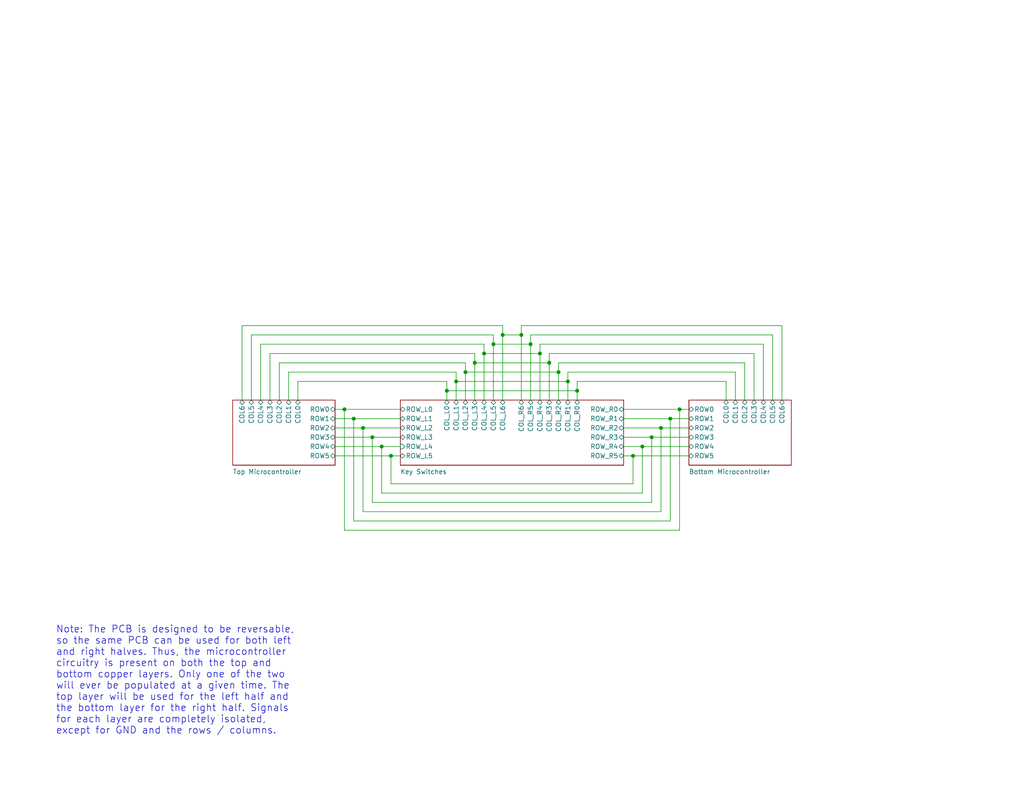
<source format=kicad_sch>
(kicad_sch
	(version 20231120)
	(generator "eeschema")
	(generator_version "8.0")
	(uuid "91af5a4b-5f23-44d6-90d8-0a04513e8c93")
	(paper "USLetter")
	(title_block
		(title "ErgoDox Wireless - Keyboard")
		(date "2023-01-05")
		(rev "0")
		(company "Andrew Mass")
		(comment 1 "Hierarchy")
	)
	(lib_symbols)
	(junction
		(at 106.68 124.46)
		(diameter 0)
		(color 0 0 0 0)
		(uuid "192423dc-4016-4e22-b08c-5f8513406ac6")
	)
	(junction
		(at 152.4 101.6)
		(diameter 0)
		(color 0 0 0 0)
		(uuid "21359b3b-e79b-4635-b5a2-168a9030ad8a")
	)
	(junction
		(at 180.34 116.84)
		(diameter 0)
		(color 0 0 0 0)
		(uuid "213f2483-94e8-44e8-9cda-3ca99b53af30")
	)
	(junction
		(at 157.48 106.68)
		(diameter 0)
		(color 0 0 0 0)
		(uuid "21f4ddf7-bb30-4015-b201-3a8334992ff0")
	)
	(junction
		(at 96.52 114.3)
		(diameter 0)
		(color 0 0 0 0)
		(uuid "33c2ff68-9f37-4072-a9aa-bfccbdfad3d0")
	)
	(junction
		(at 185.42 111.76)
		(diameter 0)
		(color 0 0 0 0)
		(uuid "3fe0e6c4-e587-4fb5-984e-83fe1c43e8a1")
	)
	(junction
		(at 172.72 124.46)
		(diameter 0)
		(color 0 0 0 0)
		(uuid "489e1559-e560-40aa-aaf5-806e4316b3e0")
	)
	(junction
		(at 175.26 121.92)
		(diameter 0)
		(color 0 0 0 0)
		(uuid "49365344-e8a4-4bf2-a950-6c1419268179")
	)
	(junction
		(at 142.24 91.44)
		(diameter 0)
		(color 0 0 0 0)
		(uuid "4e9dd3e9-641e-4aaf-922d-2f1e1c16cf8f")
	)
	(junction
		(at 132.08 96.52)
		(diameter 0)
		(color 0 0 0 0)
		(uuid "550d1b40-a873-47a5-ad1f-8a871f2bb19f")
	)
	(junction
		(at 104.14 121.92)
		(diameter 0)
		(color 0 0 0 0)
		(uuid "66568e1e-8f05-48d9-8c47-cb8fd496e112")
	)
	(junction
		(at 124.46 104.14)
		(diameter 0)
		(color 0 0 0 0)
		(uuid "8837e7fb-c0b9-4b47-babf-0428f21df878")
	)
	(junction
		(at 134.62 93.98)
		(diameter 0)
		(color 0 0 0 0)
		(uuid "891439e3-7d48-45b9-a1a3-536a272bdc68")
	)
	(junction
		(at 154.94 104.14)
		(diameter 0)
		(color 0 0 0 0)
		(uuid "8abd33b2-62c6-444b-a63e-df04d5f37384")
	)
	(junction
		(at 99.06 116.84)
		(diameter 0)
		(color 0 0 0 0)
		(uuid "9484bebe-6aec-43e1-b1a1-cd6ac2333665")
	)
	(junction
		(at 182.88 114.3)
		(diameter 0)
		(color 0 0 0 0)
		(uuid "95ac4309-1d13-4aa5-ab24-0c7bec2c20ce")
	)
	(junction
		(at 149.86 99.06)
		(diameter 0)
		(color 0 0 0 0)
		(uuid "975185da-2ef8-4388-a88c-3afeb752c249")
	)
	(junction
		(at 121.92 106.68)
		(diameter 0)
		(color 0 0 0 0)
		(uuid "9c8b009d-78f0-4142-99b6-dc60ca67d2e3")
	)
	(junction
		(at 93.98 111.76)
		(diameter 0)
		(color 0 0 0 0)
		(uuid "a2a7f13a-6ea7-4104-a0a2-218a2c126d31")
	)
	(junction
		(at 101.6 119.38)
		(diameter 0)
		(color 0 0 0 0)
		(uuid "ac90b274-d239-4335-aa30-54a96fc55e56")
	)
	(junction
		(at 127 101.6)
		(diameter 0)
		(color 0 0 0 0)
		(uuid "b0ad0daa-f86d-4b5f-891e-673c5f1d59c5")
	)
	(junction
		(at 177.8 119.38)
		(diameter 0)
		(color 0 0 0 0)
		(uuid "c21cb31d-0740-4b3e-985d-c4577dbc8ca8")
	)
	(junction
		(at 144.78 93.98)
		(diameter 0)
		(color 0 0 0 0)
		(uuid "ce0014f7-5b2a-4c50-bb26-3c230a23c7a7")
	)
	(junction
		(at 129.54 99.06)
		(diameter 0)
		(color 0 0 0 0)
		(uuid "d9fc6a6d-2636-48b0-b4a6-b3719934aff5")
	)
	(junction
		(at 147.32 96.52)
		(diameter 0)
		(color 0 0 0 0)
		(uuid "e27f0584-0ecd-4645-a1bf-88ed90f03b45")
	)
	(junction
		(at 137.16 91.44)
		(diameter 0)
		(color 0 0 0 0)
		(uuid "f808e1e7-5120-4905-a6f4-e0ede8c57f5c")
	)
	(wire
		(pts
			(xy 96.52 142.24) (xy 182.88 142.24)
		)
		(stroke
			(width 0)
			(type default)
		)
		(uuid "00b70abf-c7e8-498f-9453-46219c95bf9a")
	)
	(wire
		(pts
			(xy 132.08 109.22) (xy 132.08 96.52)
		)
		(stroke
			(width 0)
			(type default)
		)
		(uuid "00d901d2-bca3-415a-ae09-fe5ca6e5a434")
	)
	(wire
		(pts
			(xy 142.24 109.22) (xy 142.24 91.44)
		)
		(stroke
			(width 0)
			(type default)
		)
		(uuid "01c50b8c-3a10-4b3b-a8d3-a1c27862974a")
	)
	(wire
		(pts
			(xy 91.44 124.46) (xy 106.68 124.46)
		)
		(stroke
			(width 0)
			(type default)
		)
		(uuid "02b125dc-ce87-4202-9245-446693e34d06")
	)
	(wire
		(pts
			(xy 129.54 99.06) (xy 129.54 96.52)
		)
		(stroke
			(width 0)
			(type default)
		)
		(uuid "0315f3fd-473c-4c6c-afd3-40a826bd4627")
	)
	(wire
		(pts
			(xy 91.44 111.76) (xy 93.98 111.76)
		)
		(stroke
			(width 0)
			(type default)
		)
		(uuid "061a8345-3aae-427f-ba4a-7d45ad1d6d41")
	)
	(wire
		(pts
			(xy 154.94 101.6) (xy 200.66 101.6)
		)
		(stroke
			(width 0)
			(type default)
		)
		(uuid "08bc0289-de4d-49c7-a08c-e9e86c4382ef")
	)
	(wire
		(pts
			(xy 147.32 96.52) (xy 147.32 93.98)
		)
		(stroke
			(width 0)
			(type default)
		)
		(uuid "08bd24c1-8f15-4df2-94b8-f69f15d31473")
	)
	(wire
		(pts
			(xy 208.28 93.98) (xy 208.28 109.22)
		)
		(stroke
			(width 0)
			(type default)
		)
		(uuid "0c7cd073-f20f-4104-be41-a7f2a96c1ae1")
	)
	(wire
		(pts
			(xy 68.58 91.44) (xy 134.62 91.44)
		)
		(stroke
			(width 0)
			(type default)
		)
		(uuid "13157ceb-92e6-4d25-8bfe-e8c93d8e4c8e")
	)
	(wire
		(pts
			(xy 73.66 96.52) (xy 73.66 109.22)
		)
		(stroke
			(width 0)
			(type default)
		)
		(uuid "133e153a-bef3-430b-84b2-8bca300d592f")
	)
	(wire
		(pts
			(xy 180.34 116.84) (xy 187.96 116.84)
		)
		(stroke
			(width 0)
			(type default)
		)
		(uuid "1463ec7c-9052-470d-8f2c-50f79936d65c")
	)
	(wire
		(pts
			(xy 170.18 124.46) (xy 172.72 124.46)
		)
		(stroke
			(width 0)
			(type default)
		)
		(uuid "1527b5fe-2997-43c0-861d-52a536c58b30")
	)
	(wire
		(pts
			(xy 104.14 121.92) (xy 104.14 134.62)
		)
		(stroke
			(width 0)
			(type default)
		)
		(uuid "17dfcc8e-e714-4c9d-9405-c570eb08e4c0")
	)
	(wire
		(pts
			(xy 73.66 96.52) (xy 129.54 96.52)
		)
		(stroke
			(width 0)
			(type default)
		)
		(uuid "1ccb9699-8975-4dda-9720-a5682ea33cf5")
	)
	(wire
		(pts
			(xy 154.94 104.14) (xy 154.94 101.6)
		)
		(stroke
			(width 0)
			(type default)
		)
		(uuid "21bff50a-8931-4842-ba8f-821cb613382f")
	)
	(wire
		(pts
			(xy 152.4 99.06) (xy 203.2 99.06)
		)
		(stroke
			(width 0)
			(type default)
		)
		(uuid "22d3145f-5795-4194-8194-0086ec3fcdf7")
	)
	(wire
		(pts
			(xy 81.28 104.14) (xy 81.28 109.22)
		)
		(stroke
			(width 0)
			(type default)
		)
		(uuid "24c09a0e-0fde-4d47-a32b-9e44d273dc36")
	)
	(wire
		(pts
			(xy 142.24 88.9) (xy 213.36 88.9)
		)
		(stroke
			(width 0)
			(type default)
		)
		(uuid "2689e698-891a-4066-8e47-79a9e769fff2")
	)
	(wire
		(pts
			(xy 104.14 134.62) (xy 175.26 134.62)
		)
		(stroke
			(width 0)
			(type default)
		)
		(uuid "274fff90-7567-4dac-ab08-9ec9f24b1cc2")
	)
	(wire
		(pts
			(xy 157.48 109.22) (xy 157.48 106.68)
		)
		(stroke
			(width 0)
			(type default)
		)
		(uuid "27c0389f-7a6d-4185-8ec4-3322b14f6a3c")
	)
	(wire
		(pts
			(xy 106.68 124.46) (xy 109.22 124.46)
		)
		(stroke
			(width 0)
			(type default)
		)
		(uuid "28c320ce-6e90-4597-965a-a8f59813e55d")
	)
	(wire
		(pts
			(xy 180.34 139.7) (xy 180.34 116.84)
		)
		(stroke
			(width 0)
			(type default)
		)
		(uuid "2a780d90-4253-4b1f-8fad-1ba1d0d4a780")
	)
	(wire
		(pts
			(xy 177.8 119.38) (xy 187.96 119.38)
		)
		(stroke
			(width 0)
			(type default)
		)
		(uuid "3029a903-8eb5-4816-a14a-435ab2396e13")
	)
	(wire
		(pts
			(xy 203.2 99.06) (xy 203.2 109.22)
		)
		(stroke
			(width 0)
			(type default)
		)
		(uuid "3154733a-03c2-409e-83d4-fef12d3c41e0")
	)
	(wire
		(pts
			(xy 157.48 104.14) (xy 198.12 104.14)
		)
		(stroke
			(width 0)
			(type default)
		)
		(uuid "3747076a-eefe-4fe8-a418-5dbf4fd2f9f8")
	)
	(wire
		(pts
			(xy 101.6 119.38) (xy 101.6 137.16)
		)
		(stroke
			(width 0)
			(type default)
		)
		(uuid "3953471e-d639-41f3-a439-4c836a0b568d")
	)
	(wire
		(pts
			(xy 81.28 104.14) (xy 121.92 104.14)
		)
		(stroke
			(width 0)
			(type default)
		)
		(uuid "39d3cf49-5ec0-4abb-af54-41959accc638")
	)
	(wire
		(pts
			(xy 147.32 109.22) (xy 147.32 96.52)
		)
		(stroke
			(width 0)
			(type default)
		)
		(uuid "3d90b95c-8a62-474d-9825-cca7e749f42f")
	)
	(wire
		(pts
			(xy 99.06 116.84) (xy 109.22 116.84)
		)
		(stroke
			(width 0)
			(type default)
		)
		(uuid "3dfeee17-2c25-4326-9771-ad07d5fce8ac")
	)
	(wire
		(pts
			(xy 99.06 139.7) (xy 180.34 139.7)
		)
		(stroke
			(width 0)
			(type default)
		)
		(uuid "3e4ed1c2-d52f-4df3-9d5c-211f497eb1ea")
	)
	(wire
		(pts
			(xy 76.2 99.06) (xy 127 99.06)
		)
		(stroke
			(width 0)
			(type default)
		)
		(uuid "3ea1f404-9a63-4955-a36d-f1786920e989")
	)
	(wire
		(pts
			(xy 91.44 116.84) (xy 99.06 116.84)
		)
		(stroke
			(width 0)
			(type default)
		)
		(uuid "3f2d3cf9-b6bb-4789-a847-30c31ea8c2fe")
	)
	(wire
		(pts
			(xy 78.74 101.6) (xy 124.46 101.6)
		)
		(stroke
			(width 0)
			(type default)
		)
		(uuid "3f47ca02-3996-4956-8a6f-74ab884aba19")
	)
	(wire
		(pts
			(xy 132.08 96.52) (xy 147.32 96.52)
		)
		(stroke
			(width 0)
			(type default)
		)
		(uuid "43344aac-90aa-40ed-8ff3-d78e53ecb78d")
	)
	(wire
		(pts
			(xy 200.66 101.6) (xy 200.66 109.22)
		)
		(stroke
			(width 0)
			(type default)
		)
		(uuid "4584abb8-61c4-476d-89ea-f4269c55d806")
	)
	(wire
		(pts
			(xy 78.74 101.6) (xy 78.74 109.22)
		)
		(stroke
			(width 0)
			(type default)
		)
		(uuid "4ad4ef75-ca88-4f70-aeec-5c65471b488e")
	)
	(wire
		(pts
			(xy 144.78 109.22) (xy 144.78 93.98)
		)
		(stroke
			(width 0)
			(type default)
		)
		(uuid "4b97fe87-11d3-439f-9a0a-3b411a71b1a1")
	)
	(wire
		(pts
			(xy 76.2 99.06) (xy 76.2 109.22)
		)
		(stroke
			(width 0)
			(type default)
		)
		(uuid "4da041fb-07be-411d-9c9e-4abaa996c302")
	)
	(wire
		(pts
			(xy 185.42 111.76) (xy 187.96 111.76)
		)
		(stroke
			(width 0)
			(type default)
		)
		(uuid "52aa04ae-292d-4b92-af39-5dd0cd4992e5")
	)
	(wire
		(pts
			(xy 99.06 116.84) (xy 99.06 139.7)
		)
		(stroke
			(width 0)
			(type default)
		)
		(uuid "56732f8e-3473-4d43-b887-849d70ce9a09")
	)
	(wire
		(pts
			(xy 101.6 137.16) (xy 177.8 137.16)
		)
		(stroke
			(width 0)
			(type default)
		)
		(uuid "59bfaeed-7660-46cc-bab3-9828d0be156d")
	)
	(wire
		(pts
			(xy 170.18 114.3) (xy 182.88 114.3)
		)
		(stroke
			(width 0)
			(type default)
		)
		(uuid "5abdc51a-6191-4802-8db6-b8ff75648c9e")
	)
	(wire
		(pts
			(xy 127 101.6) (xy 127 99.06)
		)
		(stroke
			(width 0)
			(type default)
		)
		(uuid "5cd692b9-a443-48a4-8e10-b3f6f7806710")
	)
	(wire
		(pts
			(xy 104.14 121.92) (xy 109.22 121.92)
		)
		(stroke
			(width 0)
			(type default)
		)
		(uuid "5d529507-1ab2-48cf-91ca-d5aacc7fe1b2")
	)
	(wire
		(pts
			(xy 147.32 93.98) (xy 208.28 93.98)
		)
		(stroke
			(width 0)
			(type default)
		)
		(uuid "6201ee49-e459-4486-a226-e3125dd1bc5c")
	)
	(wire
		(pts
			(xy 127 101.6) (xy 152.4 101.6)
		)
		(stroke
			(width 0)
			(type default)
		)
		(uuid "62ecdf5c-020f-4d50-9397-0746df2b1b54")
	)
	(wire
		(pts
			(xy 177.8 137.16) (xy 177.8 119.38)
		)
		(stroke
			(width 0)
			(type default)
		)
		(uuid "66887aa2-d482-4d37-877c-a52292bce013")
	)
	(wire
		(pts
			(xy 142.24 91.44) (xy 142.24 88.9)
		)
		(stroke
			(width 0)
			(type default)
		)
		(uuid "6748ce13-24fa-44eb-952f-61d83a79972b")
	)
	(wire
		(pts
			(xy 137.16 91.44) (xy 137.16 88.9)
		)
		(stroke
			(width 0)
			(type default)
		)
		(uuid "712ff9b0-6dc1-4efe-9d62-4329c3b94a69")
	)
	(wire
		(pts
			(xy 185.42 144.78) (xy 185.42 111.76)
		)
		(stroke
			(width 0)
			(type default)
		)
		(uuid "73cf0f7d-3b73-4d94-9c0f-6e0a85b13896")
	)
	(wire
		(pts
			(xy 149.86 96.52) (xy 205.74 96.52)
		)
		(stroke
			(width 0)
			(type default)
		)
		(uuid "762b3b16-218f-4141-a048-35fbc7a2ec69")
	)
	(wire
		(pts
			(xy 124.46 104.14) (xy 124.46 101.6)
		)
		(stroke
			(width 0)
			(type default)
		)
		(uuid "77d41dc0-fa98-4604-aa41-beb79bc7ba67")
	)
	(wire
		(pts
			(xy 91.44 121.92) (xy 104.14 121.92)
		)
		(stroke
			(width 0)
			(type default)
		)
		(uuid "78189859-2dd8-4900-afc0-bc7545e4f187")
	)
	(wire
		(pts
			(xy 96.52 114.3) (xy 96.52 142.24)
		)
		(stroke
			(width 0)
			(type default)
		)
		(uuid "7a6d3873-36d9-4b22-b6d6-af4764dcb3da")
	)
	(wire
		(pts
			(xy 124.46 109.22) (xy 124.46 104.14)
		)
		(stroke
			(width 0)
			(type default)
		)
		(uuid "7bce9b3a-355f-4b78-b575-6d62f052b318")
	)
	(wire
		(pts
			(xy 210.82 91.44) (xy 210.82 109.22)
		)
		(stroke
			(width 0)
			(type default)
		)
		(uuid "7f54f569-e911-4135-9f66-20c0c18ebba0")
	)
	(wire
		(pts
			(xy 68.58 91.44) (xy 68.58 109.22)
		)
		(stroke
			(width 0)
			(type default)
		)
		(uuid "8029e2bb-8df7-4302-9657-4a5cda063d71")
	)
	(wire
		(pts
			(xy 124.46 104.14) (xy 154.94 104.14)
		)
		(stroke
			(width 0)
			(type default)
		)
		(uuid "863a5867-ad94-492c-b761-e3bba1a6565c")
	)
	(wire
		(pts
			(xy 121.92 106.68) (xy 121.92 104.14)
		)
		(stroke
			(width 0)
			(type default)
		)
		(uuid "8a1dfbd8-afc2-42e4-be24-f8b8b343e18d")
	)
	(wire
		(pts
			(xy 175.26 134.62) (xy 175.26 121.92)
		)
		(stroke
			(width 0)
			(type default)
		)
		(uuid "8a51e236-0f99-42e7-86d0-51f3bc2b03e0")
	)
	(wire
		(pts
			(xy 152.4 101.6) (xy 152.4 99.06)
		)
		(stroke
			(width 0)
			(type default)
		)
		(uuid "8fbc6591-9118-4d26-acea-b4c8ef09753e")
	)
	(wire
		(pts
			(xy 121.92 106.68) (xy 157.48 106.68)
		)
		(stroke
			(width 0)
			(type default)
		)
		(uuid "96c72a9a-05ec-4133-b07f-c32fdfa30dc5")
	)
	(wire
		(pts
			(xy 106.68 124.46) (xy 106.68 132.08)
		)
		(stroke
			(width 0)
			(type default)
		)
		(uuid "98af6276-96ed-4b40-b9c0-c3241b44646b")
	)
	(wire
		(pts
			(xy 149.86 109.22) (xy 149.86 99.06)
		)
		(stroke
			(width 0)
			(type default)
		)
		(uuid "9bf2dd4c-8b29-4d61-ba08-bb26194344ce")
	)
	(wire
		(pts
			(xy 205.74 96.52) (xy 205.74 109.22)
		)
		(stroke
			(width 0)
			(type default)
		)
		(uuid "a0bb2fdc-acea-49a9-a87e-f8e4f9d78d21")
	)
	(wire
		(pts
			(xy 93.98 111.76) (xy 93.98 144.78)
		)
		(stroke
			(width 0)
			(type default)
		)
		(uuid "a24d02ed-6972-46d7-8666-dc024ce26f6f")
	)
	(wire
		(pts
			(xy 129.54 109.22) (xy 129.54 99.06)
		)
		(stroke
			(width 0)
			(type default)
		)
		(uuid "a2a153a9-66c2-41ce-a985-f409ee587572")
	)
	(wire
		(pts
			(xy 71.12 93.98) (xy 132.08 93.98)
		)
		(stroke
			(width 0)
			(type default)
		)
		(uuid "a3f9abba-a476-46a9-8c5e-9f52d1308793")
	)
	(wire
		(pts
			(xy 144.78 93.98) (xy 144.78 91.44)
		)
		(stroke
			(width 0)
			(type default)
		)
		(uuid "a404a864-b387-47a5-95c7-973ee7a7ad4e")
	)
	(wire
		(pts
			(xy 93.98 144.78) (xy 185.42 144.78)
		)
		(stroke
			(width 0)
			(type default)
		)
		(uuid "a77339b3-3ebc-47cc-9062-857841effe62")
	)
	(wire
		(pts
			(xy 132.08 96.52) (xy 132.08 93.98)
		)
		(stroke
			(width 0)
			(type default)
		)
		(uuid "a850d2c9-f493-47d6-966a-683a45bd014a")
	)
	(wire
		(pts
			(xy 170.18 121.92) (xy 175.26 121.92)
		)
		(stroke
			(width 0)
			(type default)
		)
		(uuid "a97bf644-cd39-40a4-a493-e8a5e27d4499")
	)
	(wire
		(pts
			(xy 66.04 88.9) (xy 137.16 88.9)
		)
		(stroke
			(width 0)
			(type default)
		)
		(uuid "aa1e217c-ad2b-47c3-9984-f0d0f32cc3dc")
	)
	(wire
		(pts
			(xy 172.72 124.46) (xy 187.96 124.46)
		)
		(stroke
			(width 0)
			(type default)
		)
		(uuid "abb4fa4a-4e74-41ff-aeb5-80f72b605cf1")
	)
	(wire
		(pts
			(xy 121.92 109.22) (xy 121.92 106.68)
		)
		(stroke
			(width 0)
			(type default)
		)
		(uuid "ad38d1ad-60c3-4975-84ae-7302ca13e5b4")
	)
	(wire
		(pts
			(xy 154.94 109.22) (xy 154.94 104.14)
		)
		(stroke
			(width 0)
			(type default)
		)
		(uuid "b080a712-e062-4acf-bc90-6bb034efa5e7")
	)
	(wire
		(pts
			(xy 198.12 109.22) (xy 198.12 104.14)
		)
		(stroke
			(width 0)
			(type default)
		)
		(uuid "b0ea4703-9940-44e2-819b-c53a3a72202c")
	)
	(wire
		(pts
			(xy 149.86 99.06) (xy 149.86 96.52)
		)
		(stroke
			(width 0)
			(type default)
		)
		(uuid "b392224c-a3fe-4bae-b6be-c069a0f0a9f8")
	)
	(wire
		(pts
			(xy 91.44 114.3) (xy 96.52 114.3)
		)
		(stroke
			(width 0)
			(type default)
		)
		(uuid "b47bdf6f-1d51-4a98-bdc9-5fa1e7e0506c")
	)
	(wire
		(pts
			(xy 170.18 116.84) (xy 180.34 116.84)
		)
		(stroke
			(width 0)
			(type default)
		)
		(uuid "b6a16553-e31e-4632-9aa8-8f6f42c77ec3")
	)
	(wire
		(pts
			(xy 170.18 111.76) (xy 185.42 111.76)
		)
		(stroke
			(width 0)
			(type default)
		)
		(uuid "b82d9e9f-f9a9-437b-83bb-242096d33462")
	)
	(wire
		(pts
			(xy 134.62 109.22) (xy 134.62 93.98)
		)
		(stroke
			(width 0)
			(type default)
		)
		(uuid "bb3c7198-a686-4393-8548-9d96562556b6")
	)
	(wire
		(pts
			(xy 93.98 111.76) (xy 109.22 111.76)
		)
		(stroke
			(width 0)
			(type default)
		)
		(uuid "bb65fc4a-4194-4bd7-8d56-23293bb7b4fd")
	)
	(wire
		(pts
			(xy 144.78 91.44) (xy 210.82 91.44)
		)
		(stroke
			(width 0)
			(type default)
		)
		(uuid "c0ec3991-274b-4989-8d46-1616d0778d92")
	)
	(wire
		(pts
			(xy 170.18 119.38) (xy 177.8 119.38)
		)
		(stroke
			(width 0)
			(type default)
		)
		(uuid "c25895d2-5c53-409a-8c45-fcdf40faf0f9")
	)
	(wire
		(pts
			(xy 134.62 93.98) (xy 144.78 93.98)
		)
		(stroke
			(width 0)
			(type default)
		)
		(uuid "c587f128-35e5-4abd-a564-d44341e39108")
	)
	(wire
		(pts
			(xy 157.48 106.68) (xy 157.48 104.14)
		)
		(stroke
			(width 0)
			(type default)
		)
		(uuid "cd8217c3-647f-4d37-ac4c-e1a8eddf9653")
	)
	(wire
		(pts
			(xy 106.68 132.08) (xy 172.72 132.08)
		)
		(stroke
			(width 0)
			(type default)
		)
		(uuid "cdb3a028-ec9b-4e9b-b7a6-9a649c4b3c75")
	)
	(wire
		(pts
			(xy 172.72 132.08) (xy 172.72 124.46)
		)
		(stroke
			(width 0)
			(type default)
		)
		(uuid "ce909e36-0c56-4990-bc9c-1af72c8964db")
	)
	(wire
		(pts
			(xy 137.16 109.22) (xy 137.16 91.44)
		)
		(stroke
			(width 0)
			(type default)
		)
		(uuid "d73cebfc-cb62-4ec1-9001-61b2449d5f4a")
	)
	(wire
		(pts
			(xy 96.52 114.3) (xy 109.22 114.3)
		)
		(stroke
			(width 0)
			(type default)
		)
		(uuid "d8719ebb-2f98-4f31-b863-7438168ed54a")
	)
	(wire
		(pts
			(xy 129.54 99.06) (xy 149.86 99.06)
		)
		(stroke
			(width 0)
			(type default)
		)
		(uuid "da23103b-e965-41a3-b6f0-67a84625db9d")
	)
	(wire
		(pts
			(xy 152.4 109.22) (xy 152.4 101.6)
		)
		(stroke
			(width 0)
			(type default)
		)
		(uuid "db798a26-d6e4-42ff-a2d6-0ae26d8c50c4")
	)
	(wire
		(pts
			(xy 91.44 119.38) (xy 101.6 119.38)
		)
		(stroke
			(width 0)
			(type default)
		)
		(uuid "db9edc32-770a-46a8-9acd-5eb1ca27f4c9")
	)
	(wire
		(pts
			(xy 137.16 91.44) (xy 142.24 91.44)
		)
		(stroke
			(width 0)
			(type default)
		)
		(uuid "e00750db-567b-4c29-81c7-ad7d5d3aa88b")
	)
	(wire
		(pts
			(xy 182.88 142.24) (xy 182.88 114.3)
		)
		(stroke
			(width 0)
			(type default)
		)
		(uuid "e5b8df2b-8b42-4b08-8690-9893e35990fe")
	)
	(wire
		(pts
			(xy 101.6 119.38) (xy 109.22 119.38)
		)
		(stroke
			(width 0)
			(type default)
		)
		(uuid "e6303289-7301-44bd-a4b0-b3e6a268a599")
	)
	(wire
		(pts
			(xy 66.04 88.9) (xy 66.04 109.22)
		)
		(stroke
			(width 0)
			(type default)
		)
		(uuid "e7c51bcc-154e-4a71-9d04-f3a6215417f9")
	)
	(wire
		(pts
			(xy 182.88 114.3) (xy 187.96 114.3)
		)
		(stroke
			(width 0)
			(type default)
		)
		(uuid "edb86296-585d-44e9-a203-c673a77352d0")
	)
	(wire
		(pts
			(xy 127 109.22) (xy 127 101.6)
		)
		(stroke
			(width 0)
			(type default)
		)
		(uuid "f56779e1-86e7-4a11-afb5-60ce4515cd48")
	)
	(wire
		(pts
			(xy 71.12 93.98) (xy 71.12 109.22)
		)
		(stroke
			(width 0)
			(type default)
		)
		(uuid "f64dae7d-df5b-4f19-93c7-eed67c211b86")
	)
	(wire
		(pts
			(xy 134.62 93.98) (xy 134.62 91.44)
		)
		(stroke
			(width 0)
			(type default)
		)
		(uuid "f6e1d053-e735-4a6d-a6eb-ac20484dfe7b")
	)
	(wire
		(pts
			(xy 213.36 88.9) (xy 213.36 109.22)
		)
		(stroke
			(width 0)
			(type default)
		)
		(uuid "fca01da1-adeb-4e29-b04a-a40890813d70")
	)
	(wire
		(pts
			(xy 175.26 121.92) (xy 187.96 121.92)
		)
		(stroke
			(width 0)
			(type default)
		)
		(uuid "ff6d2beb-3114-47f9-aed4-f9204b0f7206")
	)
	(text "Note: The PCB is designed to be reversable,\nso the same PCB can be used for both left\nand right halves. Thus, the microcontroller\ncircuitry is present on both the top and\nbottom copper layers. Only one of the two\nwill ever be populated at a given time. The\ntop layer will be used for the left half and\nthe bottom layer for the right half. Signals\nfor each layer are completely isolated,\nexcept for GND and the rows / columns."
		(exclude_from_sim no)
		(at 15.24 200.66 0)
		(effects
			(font
				(size 1.905 1.905)
			)
			(justify left bottom)
		)
		(uuid "c4dbe36a-17c3-41a5-9a86-032dca3ad1c0")
	)
	(sheet
		(at 63.5 109.22)
		(size 27.94 17.78)
		(stroke
			(width 0.1524)
			(type solid)
		)
		(fill
			(color 0 0 0 0.0000)
		)
		(uuid "41b52e08-2c8b-489c-8351-03e2c976897f")
		(property "Sheetname" "Top Microcontroller"
			(at 63.5 129.54 0)
			(effects
				(font
					(size 1.27 1.27)
				)
				(justify left bottom)
			)
		)
		(property "Sheetfile" "microcontroller.kicad_sch"
			(at 63.5 127.5846 0)
			(effects
				(font
					(size 1.27 1.27)
				)
				(justify left top)
				(hide yes)
			)
		)
		(pin "ROW0" bidirectional
			(at 91.44 111.76 0)
			(effects
				(font
					(size 1.27 1.27)
				)
				(justify right)
			)
			(uuid "6f178300-1fe9-4405-88ca-44e161908ab1")
		)
		(pin "ROW1" bidirectional
			(at 91.44 114.3 0)
			(effects
				(font
					(size 1.27 1.27)
				)
				(justify right)
			)
			(uuid "eb6fb4e5-bd59-499d-976c-700d83b6d81b")
		)
		(pin "COL5" bidirectional
			(at 68.58 109.22 90)
			(effects
				(font
					(size 1.27 1.27)
				)
				(justify right)
			)
			(uuid "715ec445-d2df-45f8-abb8-baab7b532624")
		)
		(pin "COL6" bidirectional
			(at 66.04 109.22 90)
			(effects
				(font
					(size 1.27 1.27)
				)
				(justify right)
			)
			(uuid "0a751ece-142e-4b2b-ad25-670b9b698858")
		)
		(pin "ROW2" bidirectional
			(at 91.44 116.84 0)
			(effects
				(font
					(size 1.27 1.27)
				)
				(justify right)
			)
			(uuid "e25c0d24-e33b-495e-a52a-d2712a4118f8")
		)
		(pin "ROW3" bidirectional
			(at 91.44 119.38 0)
			(effects
				(font
					(size 1.27 1.27)
				)
				(justify right)
			)
			(uuid "103b9460-5e70-4375-8628-9775d5e87df1")
		)
		(pin "ROW5" bidirectional
			(at 91.44 124.46 0)
			(effects
				(font
					(size 1.27 1.27)
				)
				(justify right)
			)
			(uuid "dacc8b21-6fd0-4acd-8c40-84ceeaf3d485")
		)
		(pin "ROW4" bidirectional
			(at 91.44 121.92 0)
			(effects
				(font
					(size 1.27 1.27)
				)
				(justify right)
			)
			(uuid "2406df82-5449-4b2c-bd80-3365d166ccdc")
		)
		(pin "COL0" bidirectional
			(at 81.28 109.22 90)
			(effects
				(font
					(size 1.27 1.27)
				)
				(justify right)
			)
			(uuid "86098354-8e97-413e-9635-1ace63edf3de")
		)
		(pin "COL1" bidirectional
			(at 78.74 109.22 90)
			(effects
				(font
					(size 1.27 1.27)
				)
				(justify right)
			)
			(uuid "2d6e8862-f46a-488b-9bf1-e425c79bc663")
		)
		(pin "COL2" bidirectional
			(at 76.2 109.22 90)
			(effects
				(font
					(size 1.27 1.27)
				)
				(justify right)
			)
			(uuid "8f475441-b6f5-4f3b-96d2-060b8d2c46c2")
		)
		(pin "COL3" bidirectional
			(at 73.66 109.22 90)
			(effects
				(font
					(size 1.27 1.27)
				)
				(justify right)
			)
			(uuid "2d092421-92dc-4a66-a7c8-cc7919c6c2f7")
		)
		(pin "COL4" bidirectional
			(at 71.12 109.22 90)
			(effects
				(font
					(size 1.27 1.27)
				)
				(justify right)
			)
			(uuid "e5db2063-fc92-41e0-b888-1c2f5942da94")
		)
		(instances
			(project "ergodox_wireless_keyboard_r0"
				(path "/91af5a4b-5f23-44d6-90d8-0a04513e8c93"
					(page "3")
				)
			)
		)
	)
	(sheet
		(at 109.22 109.22)
		(size 60.96 17.78)
		(stroke
			(width 0.1524)
			(type solid)
		)
		(fill
			(color 0 0 0 0.0000)
		)
		(uuid "735c9c1c-51dc-4e4f-9b61-6393380971c8")
		(property "Sheetname" "Key Switches"
			(at 109.22 129.54 0)
			(effects
				(font
					(size 1.27 1.27)
				)
				(justify left bottom)
			)
		)
		(property "Sheetfile" "key_switches.kicad_sch"
			(at 109.22 127.5846 0)
			(effects
				(font
					(size 1.27 1.27)
				)
				(justify left top)
				(hide yes)
			)
		)
		(pin "COL_L6" bidirectional
			(at 137.16 109.22 90)
			(effects
				(font
					(size 1.27 1.27)
				)
				(justify right)
			)
			(uuid "40aae751-d02a-4281-b4ad-706ba08d5aef")
		)
		(pin "COL_R6" bidirectional
			(at 142.24 109.22 90)
			(effects
				(font
					(size 1.27 1.27)
				)
				(justify right)
			)
			(uuid "868a0f6e-2550-4c74-8e2d-6aec02c54397")
		)
		(pin "ROW_L5" bidirectional
			(at 109.22 124.46 180)
			(effects
				(font
					(size 1.27 1.27)
				)
				(justify left)
			)
			(uuid "d6cf65f0-22a0-41cb-9961-294f81e4ad2d")
		)
		(pin "ROW_R5" bidirectional
			(at 170.18 124.46 0)
			(effects
				(font
					(size 1.27 1.27)
				)
				(justify right)
			)
			(uuid "1f507ace-9acb-491b-ac59-d6091d7e6bc7")
		)
		(pin "COL_L5" bidirectional
			(at 134.62 109.22 90)
			(effects
				(font
					(size 1.27 1.27)
				)
				(justify right)
			)
			(uuid "d3add417-5896-43ac-bc23-0b790bd7d77c")
		)
		(pin "COL_R5" bidirectional
			(at 144.78 109.22 90)
			(effects
				(font
					(size 1.27 1.27)
				)
				(justify right)
			)
			(uuid "664168e6-39d8-4bc0-bfd6-c767ee43585c")
		)
		(pin "COL_R4" bidirectional
			(at 147.32 109.22 90)
			(effects
				(font
					(size 1.27 1.27)
				)
				(justify right)
			)
			(uuid "cbdeb6ee-a223-4d05-ab5e-ae1f32ea34b9")
		)
		(pin "ROW_L3" bidirectional
			(at 109.22 119.38 180)
			(effects
				(font
					(size 1.27 1.27)
				)
				(justify left)
			)
			(uuid "a778f8d6-b1a0-41ec-977f-869d40ffbf4a")
		)
		(pin "ROW_R3" bidirectional
			(at 170.18 119.38 0)
			(effects
				(font
					(size 1.27 1.27)
				)
				(justify right)
			)
			(uuid "d9cc902f-e45d-4172-a248-9c5c09297f57")
		)
		(pin "ROW_L4" input
			(at 109.22 121.92 180)
			(effects
				(font
					(size 1.27 1.27)
				)
				(justify left)
			)
			(uuid "4289681c-0956-442b-8170-27e71192e106")
		)
		(pin "ROW_R4" bidirectional
			(at 170.18 121.92 0)
			(effects
				(font
					(size 1.27 1.27)
				)
				(justify right)
			)
			(uuid "eb4a8ce9-48f2-45f5-aa49-d4415a78fb93")
		)
		(pin "ROW_L0" bidirectional
			(at 109.22 111.76 180)
			(effects
				(font
					(size 1.27 1.27)
				)
				(justify left)
			)
			(uuid "de4b238b-3407-47d9-94c0-95f6c70704b3")
		)
		(pin "ROW_R0" bidirectional
			(at 170.18 111.76 0)
			(effects
				(font
					(size 1.27 1.27)
				)
				(justify right)
			)
			(uuid "c72eb013-ab81-44f4-8e9a-108c2ced208a")
		)
		(pin "ROW_L1" bidirectional
			(at 109.22 114.3 180)
			(effects
				(font
					(size 1.27 1.27)
				)
				(justify left)
			)
			(uuid "41e7e9bb-8acb-4e98-9363-4bcccddb21f2")
		)
		(pin "ROW_R1" bidirectional
			(at 170.18 114.3 0)
			(effects
				(font
					(size 1.27 1.27)
				)
				(justify right)
			)
			(uuid "2e3c9445-1f6c-4b24-af26-1d4adaf8437a")
		)
		(pin "ROW_L2" bidirectional
			(at 109.22 116.84 180)
			(effects
				(font
					(size 1.27 1.27)
				)
				(justify left)
			)
			(uuid "ba4f91a3-b739-4361-875c-54131244c82d")
		)
		(pin "ROW_R2" bidirectional
			(at 170.18 116.84 0)
			(effects
				(font
					(size 1.27 1.27)
				)
				(justify right)
			)
			(uuid "7436ce71-3fe7-4556-bce3-1e4bed815b7a")
		)
		(pin "COL_L0" bidirectional
			(at 121.92 109.22 90)
			(effects
				(font
					(size 1.27 1.27)
				)
				(justify right)
			)
			(uuid "0336d020-5cc3-40aa-ad46-b1daed218cf5")
		)
		(pin "COL_R0" bidirectional
			(at 157.48 109.22 90)
			(effects
				(font
					(size 1.27 1.27)
				)
				(justify right)
			)
			(uuid "e911923d-6ff7-4d73-9e4c-23c8bab3059d")
		)
		(pin "COL_L2" bidirectional
			(at 127 109.22 90)
			(effects
				(font
					(size 1.27 1.27)
				)
				(justify right)
			)
			(uuid "3fcef9b2-fe49-4fa2-8950-0aeed78ddc78")
		)
		(pin "COL_R2" bidirectional
			(at 152.4 109.22 90)
			(effects
				(font
					(size 1.27 1.27)
				)
				(justify right)
			)
			(uuid "10832850-d9f6-44bc-809c-233102b5241e")
		)
		(pin "COL_L1" bidirectional
			(at 124.46 109.22 90)
			(effects
				(font
					(size 1.27 1.27)
				)
				(justify right)
			)
			(uuid "2ca04e00-0576-47ec-bf98-14065f16b21d")
		)
		(pin "COL_R1" bidirectional
			(at 154.94 109.22 90)
			(effects
				(font
					(size 1.27 1.27)
				)
				(justify right)
			)
			(uuid "8c984b60-7586-404e-82eb-37f7ecdbbdc7")
		)
		(pin "COL_L3" bidirectional
			(at 129.54 109.22 90)
			(effects
				(font
					(size 1.27 1.27)
				)
				(justify right)
			)
			(uuid "76be00bd-66df-4947-b724-0df284083550")
		)
		(pin "COL_R3" bidirectional
			(at 149.86 109.22 90)
			(effects
				(font
					(size 1.27 1.27)
				)
				(justify right)
			)
			(uuid "fcaffef9-484a-4157-a19f-4852f598b26a")
		)
		(pin "COL_L4" bidirectional
			(at 132.08 109.22 90)
			(effects
				(font
					(size 1.27 1.27)
				)
				(justify right)
			)
			(uuid "97788273-8abd-4374-85ad-15d0f769e291")
		)
		(instances
			(project "ergodox_wireless_keyboard_r0"
				(path "/91af5a4b-5f23-44d6-90d8-0a04513e8c93"
					(page "2")
				)
			)
		)
	)
	(sheet
		(at 187.96 109.22)
		(size 27.94 17.78)
		(stroke
			(width 0.1524)
			(type solid)
		)
		(fill
			(color 0 0 0 0.0000)
		)
		(uuid "a6bdd940-be59-4885-8b20-083045d4e03a")
		(property "Sheetname" "Bottom Microcontroller"
			(at 187.96 129.54 0)
			(effects
				(font
					(size 1.27 1.27)
				)
				(justify left bottom)
			)
		)
		(property "Sheetfile" "microcontroller.kicad_sch"
			(at 187.96 127.5846 0)
			(effects
				(font
					(size 1.27 1.27)
				)
				(justify left top)
				(hide yes)
			)
		)
		(pin "ROW0" bidirectional
			(at 187.96 111.76 180)
			(effects
				(font
					(size 1.27 1.27)
				)
				(justify left)
			)
			(uuid "71bad6e8-4e43-4cfa-9646-4453323e4d90")
		)
		(pin "ROW1" bidirectional
			(at 187.96 114.3 180)
			(effects
				(font
					(size 1.27 1.27)
				)
				(justify left)
			)
			(uuid "025b9c69-35fd-44e4-b02a-0a7de9597129")
		)
		(pin "COL5" bidirectional
			(at 210.82 109.22 90)
			(effects
				(font
					(size 1.27 1.27)
				)
				(justify right)
			)
			(uuid "f0dd5a99-8074-4158-81cb-221d74482f4d")
		)
		(pin "COL6" bidirectional
			(at 213.36 109.22 90)
			(effects
				(font
					(size 1.27 1.27)
				)
				(justify right)
			)
			(uuid "7cf65046-9ce1-47da-a8cc-b7a6b84979d2")
		)
		(pin "ROW2" bidirectional
			(at 187.96 116.84 180)
			(effects
				(font
					(size 1.27 1.27)
				)
				(justify left)
			)
			(uuid "fb8a436c-9c70-46ec-8185-2702745eb938")
		)
		(pin "ROW3" bidirectional
			(at 187.96 119.38 180)
			(effects
				(font
					(size 1.27 1.27)
				)
				(justify left)
			)
			(uuid "44385751-d449-44c4-8ea6-7d9257f65412")
		)
		(pin "ROW5" bidirectional
			(at 187.96 124.46 180)
			(effects
				(font
					(size 1.27 1.27)
				)
				(justify left)
			)
			(uuid "628d2b84-8f87-4fbc-9cce-774045fbdc95")
		)
		(pin "ROW4" bidirectional
			(at 187.96 121.92 180)
			(effects
				(font
					(size 1.27 1.27)
				)
				(justify left)
			)
			(uuid "f22a2b16-bb38-49f6-8ee0-fefcbeb163bb")
		)
		(pin "COL0" bidirectional
			(at 198.12 109.22 90)
			(effects
				(font
					(size 1.27 1.27)
				)
				(justify right)
			)
			(uuid "97eec1a0-cb5f-4cae-953c-bd39bd449578")
		)
		(pin "COL1" bidirectional
			(at 200.66 109.22 90)
			(effects
				(font
					(size 1.27 1.27)
				)
				(justify right)
			)
			(uuid "2b624a2a-95a4-44c0-9a3f-c0240f7ee410")
		)
		(pin "COL2" bidirectional
			(at 203.2 109.22 90)
			(effects
				(font
					(size 1.27 1.27)
				)
				(justify right)
			)
			(uuid "fd456e7c-c54c-462b-9f97-fbd10f0617cb")
		)
		(pin "COL3" bidirectional
			(at 205.74 109.22 90)
			(effects
				(font
					(size 1.27 1.27)
				)
				(justify right)
			)
			(uuid "11d1c77a-2e56-45de-adc6-000d43a61563")
		)
		(pin "COL4" bidirectional
			(at 208.28 109.22 90)
			(effects
				(font
					(size 1.27 1.27)
				)
				(justify right)
			)
			(uuid "96cd5cda-17ff-4034-a7c5-1be24e96c871")
		)
		(instances
			(project "ergodox_wireless_keyboard_r0"
				(path "/91af5a4b-5f23-44d6-90d8-0a04513e8c93"
					(page "4")
				)
			)
		)
	)
	(sheet_instances
		(path "/"
			(page "1")
		)
	)
)

</source>
